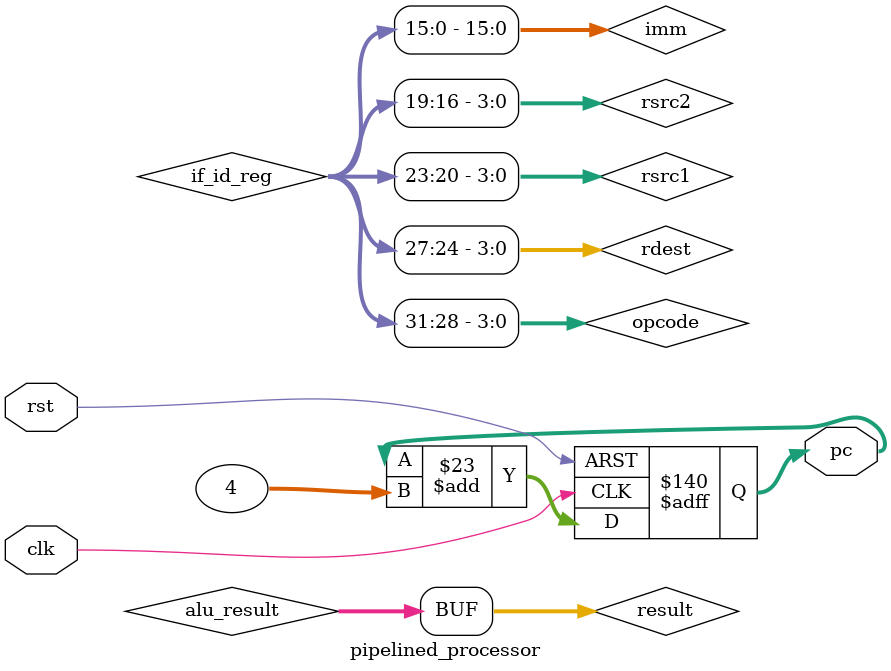
<source format=v>
`timescale 1ns / 1ps

module pipelined_processor (
    input clk,              // Clock signal
    input rst,              // Reset signal
    output reg [31:0] pc    // Program Counter (visible for debugging)
);

// Pipeline stage registers
reg [31:0] if_id_reg;       // IF/ID: Holds instruction
reg [31:0] id_ex_reg [3:0]; // ID/EX: Opcode, Rsrc1_val, Rsrc2_val, Rdest/Imm
reg [31:0] ex_wb_reg [1:0]; // EX/WB: ALU result, Rdest

// Register file
reg [31:0] reg_file [0:7];  // 8 registers, 32 bits each
integer i;

// Instruction memory (preloaded with example program)
reg [31:0] instr_mem [0:15];
initial begin
    instr_mem[0] = 32'h11230000; // ADD R1, R2, R3
    instr_mem[1] = 32'h22100000; // SUB R2, R1, R0
    instr_mem[2] = 32'h33100004; // LOAD R3, R1, 4
end

// Data memory (for LOAD, simplified)
reg [31:0] data_mem [0:15];
initial begin
    data_mem[12] = 32'd10; // Value at address 12 for LOAD
end

// Wires for intermediate signals
wire [3:0] opcode;
wire [3:0] rdest, rsrc1, rsrc2;
wire [15:0] imm;
wire [31:0] rsrc1_val, rsrc2_val, alu_result;
reg [31:0] result;
// Decode instruction fields
assign opcode = if_id_reg[31:28];
assign rdest  = if_id_reg[27:24];
assign rsrc1  = if_id_reg[23:20];
assign rsrc2  = if_id_reg[19:16];
assign imm    = if_id_reg[15:0];

// Register file read (combinational)
assign rsrc1_val = reg_file[rsrc1];
assign rsrc2_val = reg_file[rsrc2];

// ALU (combinational)
always @(*) begin
    case (id_ex_reg[0][31:28]) // Opcode from ID/EX
        4'b0001: result = id_ex_reg[1] + id_ex_reg[2]; // ADD
        4'b0010: result = id_ex_reg[1] - id_ex_reg[2]; // SUB
        4'b0011: result = data_mem[id_ex_reg[1] + id_ex_reg[3]]; // LOAD (address from Rsrc1 + Imm)
        default: result = 32'b0;
    endcase
end
assign alu_result=result;
// Pipeline stages
always @(posedge clk or posedge rst) begin
    if (rst) begin
        // Reset state
        pc <= 0;
        if_id_reg <= 0;
        for (i = 0; i < 4; i = i + 1) id_ex_reg[i] <= 0;
        for (i = 0; i < 2; i = i + 1) ex_wb_reg[i] <= 0;
        for (i = 0; i < 8; i = i + 1) reg_file[i] <= 0;
        reg_file[2] <= 5; // Initial values for simulation
        reg_file[3] <= 3;
    end else begin
        // Stage 1: Instruction Fetch (IF)
        if_id_reg <= instr_mem[pc >> 2]; // Fetch instruction, PC increments by 4
        pc <= pc + 4;

        // Stage 2: Instruction Decode (ID)
        id_ex_reg[0] <= {opcode, rdest, 20'b0}; // Opcode and Rdest
        id_ex_reg[1] <= rsrc1_val;              // Rsrc1 value
        id_ex_reg[2] <= rsrc2_val;              // Rsrc2 value
        id_ex_reg[3] <= {{16{imm[15]}}, imm};   // Sign-extended immediate

        // Stage 3: Execute (EX)
        ex_wb_reg[0] <= alu_result;             // ALU result
        ex_wb_reg[1] <= id_ex_reg[0][27:24];   // Rdest

        // Stage 4: Write Back (WB)
        if (ex_wb_reg[1] != 0)                  // Don't write to R0
            reg_file[ex_wb_reg[1]] <= ex_wb_reg[0];
    end
end

endmodule

//// Testbench for simulation
//module tb_pipelined_processor;
//    reg clk, rst;
//    wire [31:0] pc;

//    pipelined_processor uut (
//        .clk(clk),
//        .rst(rst),
//        .pc(pc)
//    );

//    // Clock generation
//    always #5 clk = ~clk;

//    initial begin
//        // Initialize signals
//        clk = 0;
//        rst = 1;
//        #10 rst = 0;

//        // Run simulation for 10 cycles
//        #100 $display("Final Register State:");
//        $display("R0: %d", uut.reg_file[0]);
//        $display("R1: %d", uut.reg_file[1]);
//        $display("R2: %d", uut.reg_file[2]);
//        $display("R3: %d", uut.reg_file[3]);
//        $stop;
//    end

//    // Monitor pipeline progress
//    always @(posedge clk) begin
//        $display("Cycle: PC=%d, IF/ID=%h, ID/EX_Op=%h, EX/WB_Result=%d",
//                 pc, uut.if_id_reg, uut.id_ex_reg[0], uut.ex_wb_reg[0]);
//    end
//endmodule



//module PipelinedProcessor(
//    input clk, reset
//);

//    // Instruction Memory
//    reg [31:0] instruction_memory [0:15];
//    reg [31:0] register_file [0:7];
//    reg [31:0] data_memory [0:15];

//    // Pipeline Registers
//    reg [31:0] IF_ID_IR, IF_ID_PC;
//    reg [31:0] ID_EX_A, ID_EX_B, ID_EX_IMM;
//    reg [2:0] ID_EX_RD;
//    reg [31:0] EX_MEM_ALU_OUT, EX_MEM_B;
//    reg [2:0] EX_MEM_RD;
//    reg [31:0] MEM_WB_ALU_OUT;
//    reg [2:0] MEM_WB_RD;
//    reg MEM_WB_RegWrite;

//    integer i;

//    initial begin
//        // Initialize instruction memory (Example Program)
//        instruction_memory[0] = 32'b000000_00001_00010_00011_00000_100000; // ADD R3, R1, R2
//        instruction_memory[1] = 32'b000000_00011_00001_00100_00000_100010; // SUB R4, R3, R1
//        instruction_memory[2] = 32'b100011_00001_00101_0000000000000100;  // LOAD R5, 4(R1)

//        // Initialize registers
//        for (i = 0; i < 8; i = i + 1)
//            register_file[i] = i;
//    end

//    // IF Stage
//    reg [31:0] PC = 0;
//    always @(posedge clk or posedge reset) begin
//        if (reset) PC <= 0;
//        else begin
//            IF_ID_IR <= instruction_memory[PC >> 2];
//            IF_ID_PC <= PC;
//            PC <= PC + 4;
//        end
//    end

//    // ID Stage
//    always @(posedge clk) begin
//        ID_EX_A <= register_file[IF_ID_IR[25:21]];
//        ID_EX_B <= register_file[IF_ID_IR[20:16]];
//        ID_EX_IMM <= {{16{IF_ID_IR[15]}}, IF_ID_IR[15:0]};
//        ID_EX_RD <= IF_ID_IR[15:11];
//    end

//    // EX Stage
//    always @(posedge clk) begin
//        case (IF_ID_IR[31:26])
//            6'b000000: // R-Type (ADD, SUB)
//                if (IF_ID_IR[5:0] == 6'b100000) // ADD
//                    EX_MEM_ALU_OUT <= ID_EX_A + ID_EX_B;
//                else if (IF_ID_IR[5:0] == 6'b100010) // SUB
//                    EX_MEM_ALU_OUT <= ID_EX_A - ID_EX_B;
//            6'b100011: // LOAD
//                EX_MEM_ALU_OUT <= ID_EX_A + ID_EX_IMM;
//        endcase
//        EX_MEM_B <= ID_EX_B;
//        EX_MEM_RD <= ID_EX_RD;
//    end

//    // MEM Stage
//    always @(posedge clk) begin
//        if (IF_ID_IR[31:26] == 6'b100011) // LOAD
//            MEM_WB_ALU_OUT <= data_memory[EX_MEM_ALU_OUT >> 2];
//        else
//            MEM_WB_ALU_OUT <= EX_MEM_ALU_OUT;
//        MEM_WB_RD <= EX_MEM_RD;
//        MEM_WB_RegWrite <= 1;
//    end

//    // WB Stage
//    always @(posedge clk) begin
//        if (MEM_WB_RegWrite)
//            register_file[MEM_WB_RD] <= MEM_WB_ALU_OUT;
//    end

//endmodule

</source>
